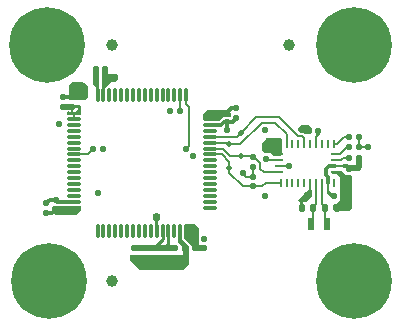
<source format=gbr>
%TF.GenerationSoftware,KiCad,Pcbnew,8.0.8+1*%
%TF.CreationDate,Date%
%TF.ProjectId,KiBot_Project_Test,4b69426f-745f-4507-926f-6a6563745f54,+ (Unreleased)*%
%TF.SameCoordinates,Original*%
%TF.FileFunction,Copper,L1,Top*%
%TF.FilePolarity,Positive*%
%FSLAX46Y46*%
G04 Gerber Fmt 4.6, Leading zero omitted, Abs format (unit mm)*
G04 Created by KiCad*
%MOMM*%
%LPD*%
G01*
G04 APERTURE LIST*
G04 Aperture macros list*
%AMRoundRect*
0 Rectangle with rounded corners*
0 $1 Rounding radius*
0 $2 $3 $4 $5 $6 $7 $8 $9 X,Y pos of 4 corners*
0 Add a 4 corners polygon primitive as box body*
4,1,4,$2,$3,$4,$5,$6,$7,$8,$9,$2,$3,0*
0 Add four circle primitives for the rounded corners*
1,1,$1+$1,$2,$3*
1,1,$1+$1,$4,$5*
1,1,$1+$1,$6,$7*
1,1,$1+$1,$8,$9*
0 Add four rect primitives between the rounded corners*
20,1,$1+$1,$2,$3,$4,$5,0*
20,1,$1+$1,$4,$5,$6,$7,0*
20,1,$1+$1,$6,$7,$8,$9,0*
20,1,$1+$1,$8,$9,$2,$3,0*%
G04 Aperture macros list end*
%TA.AperFunction,SMDPad,CuDef*%
%ADD10RoundRect,0.137500X-0.137500X-0.137500X0.137500X-0.137500X0.137500X0.137500X-0.137500X0.137500X0*%
%TD*%
%TA.AperFunction,SMDPad,CuDef*%
%ADD11RoundRect,0.140000X0.140000X0.170000X-0.140000X0.170000X-0.140000X-0.170000X0.140000X-0.170000X0*%
%TD*%
%TA.AperFunction,SMDPad,CuDef*%
%ADD12R,0.254000X0.675000*%
%TD*%
%TA.AperFunction,SMDPad,CuDef*%
%ADD13R,0.675000X0.254000*%
%TD*%
%TA.AperFunction,SMDPad,CuDef*%
%ADD14RoundRect,0.130000X-0.130000X0.130000X-0.130000X-0.130000X0.130000X-0.130000X0.130000X0.130000X0*%
%TD*%
%TA.AperFunction,SMDPad,CuDef*%
%ADD15RoundRect,0.140000X-0.140000X-0.170000X0.140000X-0.170000X0.140000X0.170000X-0.140000X0.170000X0*%
%TD*%
%TA.AperFunction,SMDPad,CuDef*%
%ADD16RoundRect,0.137500X0.137500X-0.137500X0.137500X0.137500X-0.137500X0.137500X-0.137500X-0.137500X0*%
%TD*%
%TA.AperFunction,SMDPad,CuDef*%
%ADD17RoundRect,0.130000X0.130000X-0.130000X0.130000X0.130000X-0.130000X0.130000X-0.130000X-0.130000X0*%
%TD*%
%TA.AperFunction,FiducialPad,Global*%
%ADD18C,1.000000*%
%TD*%
%TA.AperFunction,SMDPad,CuDef*%
%ADD19RoundRect,0.070000X-0.530000X-0.070000X0.530000X-0.070000X0.530000X0.070000X-0.530000X0.070000X0*%
%TD*%
%TA.AperFunction,SMDPad,CuDef*%
%ADD20RoundRect,0.070000X-0.070000X-0.530000X0.070000X-0.530000X0.070000X0.530000X-0.070000X0.530000X0*%
%TD*%
%TA.AperFunction,SMDPad,CuDef*%
%ADD21RoundRect,0.130000X0.130000X0.130000X-0.130000X0.130000X-0.130000X-0.130000X0.130000X-0.130000X0*%
%TD*%
%TA.AperFunction,TestPad*%
%ADD22C,0.500000*%
%TD*%
%TA.AperFunction,SMDPad,CuDef*%
%ADD23RoundRect,0.137500X-0.137500X0.137500X-0.137500X-0.137500X0.137500X-0.137500X0.137500X0.137500X0*%
%TD*%
%TA.AperFunction,SMDPad,CuDef*%
%ADD24R,0.600000X1.100000*%
%TD*%
%TA.AperFunction,ComponentPad*%
%ADD25C,6.400000*%
%TD*%
%TA.AperFunction,SMDPad,CuDef*%
%ADD26RoundRect,0.130000X-0.130000X-0.130000X0.130000X-0.130000X0.130000X0.130000X-0.130000X0.130000X0*%
%TD*%
%TA.AperFunction,SMDPad,CuDef*%
%ADD27RoundRect,0.137500X0.137500X0.137500X-0.137500X0.137500X-0.137500X-0.137500X0.137500X-0.137500X0*%
%TD*%
%TA.AperFunction,ViaPad*%
%ADD28C,0.550000*%
%TD*%
%TA.AperFunction,Conductor*%
%ADD29C,0.300000*%
%TD*%
%TA.AperFunction,Conductor*%
%ADD30C,0.200000*%
%TD*%
%TA.AperFunction,Conductor*%
%ADD31C,0.500000*%
%TD*%
%TA.AperFunction,Conductor*%
%ADD32C,0.250000*%
%TD*%
G04 APERTURE END LIST*
D10*
%TO.P,R5,1*%
%TO.N,/Project Architecture/IMU/PS0*%
X161045000Y-86995000D03*
%TO.P,R5,2*%
%TO.N,GND*%
X161845000Y-86995000D03*
%TD*%
D11*
%TO.P,C12,1*%
%TO.N,/Project Architecture/IMU/XOUT32*%
X157980000Y-92995000D03*
%TO.P,C12,2*%
%TO.N,GND*%
X157020000Y-92995000D03*
%TD*%
D12*
%TO.P,U3,1*%
%TO.N,N/C*%
X159750000Y-90912500D03*
D13*
%TO.P,U3,2,GND*%
%TO.N,GND*%
X159887500Y-90000001D03*
%TO.P,U3,3,VDD*%
%TO.N,+3V3*%
X159887500Y-89500000D03*
%TO.P,U3,4,~{BOOT_LOAD_PIN}*%
%TO.N,/Project Architecture/IMU/BLP*%
X159887500Y-89000000D03*
%TO.P,U3,5,PS1*%
%TO.N,/Project Architecture/IMU/PS1*%
X159887500Y-88499999D03*
D12*
%TO.P,U3,6,PS0*%
%TO.N,/Project Architecture/IMU/PS0*%
X159750000Y-87587500D03*
%TO.P,U3,7*%
%TO.N,N/C*%
X159250000Y-87587500D03*
%TO.P,U3,8*%
X158750000Y-87587499D03*
%TO.P,U3,9,CAP*%
%TO.N,/Project Architecture/IMU/CAP*%
X158250000Y-87587500D03*
%TO.P,U3,10*%
%TO.N,N/C*%
X157750000Y-87587500D03*
%TO.P,U3,11,~{RESET}*%
%TO.N,/Project Architecture/IMU/IMU_~{RESET}*%
X157250000Y-87587500D03*
%TO.P,U3,12*%
%TO.N,N/C*%
X156750000Y-87587500D03*
%TO.P,U3,13*%
X156250000Y-87587499D03*
%TO.P,U3,14,INT*%
%TO.N,/Project Architecture/IMU/IMU_INT*%
X155750000Y-87587500D03*
%TO.P,U3,15,GNDIO*%
%TO.N,GND*%
X155250000Y-87587500D03*
D13*
%TO.P,U3,16,GNDIO*%
X155112500Y-88499999D03*
%TO.P,U3,17,COM3*%
%TO.N,/Project Architecture/IMU/COM3*%
X155112500Y-89000000D03*
%TO.P,U3,18,COM2*%
%TO.N,GND*%
X155112500Y-89500000D03*
%TO.P,U3,19,COM1*%
%TO.N,/Project Architecture/IMU/I2C2_SCL*%
X155112500Y-90000001D03*
D12*
%TO.P,U3,20,COM0*%
%TO.N,/Project Architecture/IMU/I2C2_SDA*%
X155250000Y-90912500D03*
%TO.P,U3,21*%
%TO.N,N/C*%
X155750000Y-90912500D03*
%TO.P,U3,22*%
X156250000Y-90912501D03*
%TO.P,U3,23*%
X156750000Y-90912500D03*
%TO.P,U3,24*%
X157250000Y-90912500D03*
%TO.P,U3,25,GNDIO*%
%TO.N,GND*%
X157750000Y-90912500D03*
%TO.P,U3,26,XOUT32*%
%TO.N,/Project Architecture/IMU/XOUT32*%
X158250000Y-90912500D03*
%TO.P,U3,27,XIN32*%
%TO.N,/Project Architecture/IMU/XIN32*%
X158750000Y-90912501D03*
%TO.P,U3,28,VDDIO*%
%TO.N,+3V3*%
X159250000Y-90912500D03*
%TD*%
D14*
%TO.P,C4,1*%
%TO.N,+3V3*%
X146300000Y-96450000D03*
%TO.P,C4,2*%
%TO.N,GND*%
X146300000Y-97250000D03*
%TD*%
D15*
%TO.P,C13,1*%
%TO.N,/Project Architecture/IMU/XIN32*%
X159020000Y-92995000D03*
%TO.P,C13,2*%
%TO.N,GND*%
X159980000Y-92995000D03*
%TD*%
D10*
%TO.P,R4,1*%
%TO.N,/Project Architecture/IMU/PS1*%
X161045000Y-87895000D03*
%TO.P,R4,2*%
%TO.N,GND*%
X161845000Y-87895000D03*
%TD*%
D14*
%TO.P,C3,1*%
%TO.N,+3V3*%
X150700000Y-84950000D03*
%TO.P,C3,2*%
%TO.N,GND*%
X150700000Y-85750000D03*
%TD*%
%TO.P,C5,1*%
%TO.N,+3V3*%
X143600000Y-96450000D03*
%TO.P,C5,2*%
%TO.N,GND*%
X143600000Y-97250000D03*
%TD*%
D16*
%TO.P,R3,1*%
%TO.N,/Project Architecture/IMU/COM3*%
X154000000Y-88850000D03*
%TO.P,R3,2*%
%TO.N,GND*%
X154000000Y-88050000D03*
%TD*%
D17*
%TO.P,C7,1*%
%TO.N,+3V3*%
X137600000Y-84450000D03*
%TO.P,C7,2*%
%TO.N,GND*%
X137600000Y-83650000D03*
%TD*%
%TO.P,C1,1*%
%TO.N,+3V3*%
X136200000Y-93150000D03*
%TO.P,C1,2*%
%TO.N,GND*%
X136200000Y-92350000D03*
%TD*%
D14*
%TO.P,C19,1*%
%TO.N,+3V3*%
X161045000Y-89695001D03*
%TO.P,C19,2*%
%TO.N,GND*%
X161045000Y-90495001D03*
%TD*%
D18*
%TO.P,FD3,*%
%TO.N,*%
X141000000Y-99250000D03*
%TD*%
D16*
%TO.P,R1,1*%
%TO.N,+3V3*%
X152900000Y-89550000D03*
%TO.P,R1,2*%
%TO.N,/Project Architecture/IMU/I2C2_SCL*%
X152900000Y-88750000D03*
%TD*%
D19*
%TO.P,U1,1,VBAT*%
%TO.N,+3V3*%
X137750000Y-85500000D03*
%TO.P,U1,2,PC13*%
%TO.N,unconnected-(U1B-PC13-Pad2)*%
X137750000Y-86000000D03*
%TO.P,U1,3,PC14*%
%TO.N,unconnected-(U1B-PC14-Pad3)*%
X137750000Y-86500000D03*
%TO.P,U1,4,PC15*%
%TO.N,unconnected-(U1B-PC15-Pad4)*%
X137750000Y-87000000D03*
%TO.P,U1,5,PF0*%
%TO.N,unconnected-(U1B-PF0-Pad5)*%
X137750000Y-87500000D03*
%TO.P,U1,6,PF1*%
%TO.N,unconnected-(U1B-PF1-Pad6)*%
X137750000Y-88000000D03*
%TO.P,U1,7,PG10*%
%TO.N,/Project Architecture/Connectors/NRST*%
X137750000Y-88500000D03*
%TO.P,U1,8,PC0*%
%TO.N,unconnected-(U1B-PC0-Pad8)*%
X137750000Y-89000000D03*
%TO.P,U1,9,PC1*%
%TO.N,unconnected-(U1B-PC1-Pad9)*%
X137750000Y-89500000D03*
%TO.P,U1,10,PC2*%
%TO.N,unconnected-(U1B-PC2-Pad10)*%
X137750000Y-90000000D03*
%TO.P,U1,11,PC3*%
%TO.N,unconnected-(U1B-PC3-Pad11)*%
X137750000Y-90500000D03*
%TO.P,U1,12,PA0*%
%TO.N,unconnected-(U1B-PA0-Pad12)*%
X137750000Y-91000000D03*
%TO.P,U1,13,PA1*%
%TO.N,unconnected-(U1B-PA1-Pad13)*%
X137750000Y-91500000D03*
%TO.P,U1,14,PA2*%
%TO.N,unconnected-(U1B-PA2-Pad14)*%
X137750000Y-92000000D03*
%TO.P,U1,15,VSS*%
%TO.N,GND*%
X137750000Y-92500000D03*
%TO.P,U1,16,VDD*%
%TO.N,+3V3*%
X137750000Y-93000000D03*
D20*
%TO.P,U1,17,PA3*%
%TO.N,unconnected-(U1B-PA3-Pad17)*%
X139750000Y-95000000D03*
%TO.P,U1,18,PA4*%
%TO.N,unconnected-(U1B-PA4-Pad18)*%
X140250000Y-95000000D03*
%TO.P,U1,19,PA5*%
%TO.N,unconnected-(U1B-PA5-Pad19)*%
X140750000Y-95000000D03*
%TO.P,U1,20,PA6*%
%TO.N,unconnected-(U1B-PA6-Pad20)*%
X141250000Y-95000000D03*
%TO.P,U1,21,PA7*%
%TO.N,unconnected-(U1B-PA7-Pad21)*%
X141750000Y-95000000D03*
%TO.P,U1,22,PC4*%
%TO.N,unconnected-(U1B-PC4-Pad22)*%
X142250000Y-95000000D03*
%TO.P,U1,23,PC5*%
%TO.N,unconnected-(U1B-PC5-Pad23)*%
X142750000Y-95000000D03*
%TO.P,U1,24,PB0*%
%TO.N,unconnected-(U1B-PB0-Pad24)*%
X143250000Y-95000000D03*
%TO.P,U1,25,PB1*%
%TO.N,unconnected-(U1B-PB1-Pad25)*%
X143750000Y-95000000D03*
%TO.P,U1,26,PB2*%
%TO.N,unconnected-(U1B-PB2-Pad26)*%
X144250000Y-95000000D03*
%TO.P,U1,27,VSSA*%
%TO.N,GND*%
X144750000Y-95000000D03*
%TO.P,U1,28,VREF+*%
%TO.N,+3V3*%
X145250000Y-95000000D03*
%TO.P,U1,29,VDDA*%
X145750000Y-95000000D03*
%TO.P,U1,30,PB10*%
%TO.N,unconnected-(U1B-PB10-Pad30)*%
X146250000Y-95000000D03*
%TO.P,U1,31,VSS*%
%TO.N,GND*%
X146750000Y-95000000D03*
%TO.P,U1,32,VDD*%
%TO.N,+3V3*%
X147250000Y-95000000D03*
D19*
%TO.P,U1,33,PB11*%
%TO.N,unconnected-(U1B-PB11-Pad33)*%
X149250000Y-93000000D03*
%TO.P,U1,34,PB12*%
%TO.N,unconnected-(U1B-PB12-Pad34)*%
X149250000Y-92500000D03*
%TO.P,U1,35,PB13*%
%TO.N,unconnected-(U1B-PB13-Pad35)*%
X149250000Y-92000000D03*
%TO.P,U1,36,PB14*%
%TO.N,unconnected-(U1B-PB14-Pad36)*%
X149250000Y-91500000D03*
%TO.P,U1,37,PB15*%
%TO.N,unconnected-(U1B-PB15-Pad37)*%
X149250000Y-91000000D03*
%TO.P,U1,38,PC6*%
%TO.N,unconnected-(U1B-PC6-Pad38)*%
X149250000Y-90500000D03*
%TO.P,U1,39,PC7*%
%TO.N,unconnected-(U1B-PC7-Pad39)*%
X149250000Y-90000000D03*
%TO.P,U1,40,PC8*%
%TO.N,unconnected-(U1B-PC8-Pad40)*%
X149250000Y-89500000D03*
%TO.P,U1,41,PC9*%
%TO.N,unconnected-(U1B-PC9-Pad41)*%
X149250000Y-89000000D03*
%TO.P,U1,42,PA8*%
%TO.N,/Project Architecture/IMU/I2C2_SDA*%
X149250000Y-88500000D03*
%TO.P,U1,43,PA9*%
%TO.N,/Project Architecture/IMU/I2C2_SCL*%
X149250000Y-88000000D03*
%TO.P,U1,44,PA10*%
%TO.N,/Project Architecture/IMU/IMU_INT*%
X149250000Y-87500000D03*
%TO.P,U1,45,PA11*%
%TO.N,/Project Architecture/IMU/IMU_~{RESET}*%
X149250000Y-87000000D03*
%TO.P,U1,46,PA12*%
%TO.N,unconnected-(U1B-PA12-Pad46)*%
X149250000Y-86500000D03*
%TO.P,U1,47,VSS*%
%TO.N,GND*%
X149250000Y-86000000D03*
%TO.P,U1,48,VDD*%
%TO.N,+3V3*%
X149250000Y-85500000D03*
D20*
%TO.P,U1,49,PA13*%
%TO.N,/Project Architecture/Connectors/SWDIO*%
X147250000Y-83500000D03*
%TO.P,U1,50,PA14*%
%TO.N,/Project Architecture/Connectors/SWCLK*%
X146750000Y-83500000D03*
%TO.P,U1,51,PA15*%
%TO.N,unconnected-(U1B-PA15-Pad51)*%
X146250000Y-83500000D03*
%TO.P,U1,52,PC10*%
%TO.N,unconnected-(U1B-PC10-Pad52)*%
X145750000Y-83500000D03*
%TO.P,U1,53,PC11*%
%TO.N,unconnected-(U1B-PC11-Pad53)*%
X145250000Y-83500000D03*
%TO.P,U1,54,PC12*%
%TO.N,unconnected-(U1B-PC12-Pad54)*%
X144750000Y-83500000D03*
%TO.P,U1,55,PD2*%
%TO.N,unconnected-(U1B-PD2-Pad55)*%
X144250000Y-83500000D03*
%TO.P,U1,56,PB3*%
%TO.N,unconnected-(U1B-PB3-Pad56)*%
X143750000Y-83500000D03*
%TO.P,U1,57,PB4*%
%TO.N,unconnected-(U1B-PB4-Pad57)*%
X143250000Y-83500000D03*
%TO.P,U1,58,PB5*%
%TO.N,unconnected-(U1B-PB5-Pad58)*%
X142750000Y-83500000D03*
%TO.P,U1,59,PB6*%
%TO.N,unconnected-(U1B-PB6-Pad59)*%
X142250000Y-83500000D03*
%TO.P,U1,60,PB7*%
%TO.N,unconnected-(U1B-PB7-Pad60)*%
X141750000Y-83500000D03*
%TO.P,U1,61,PB8*%
%TO.N,unconnected-(U1B-PB8-Pad61)*%
X141250000Y-83500000D03*
%TO.P,U1,62,PB9*%
%TO.N,unconnected-(U1B-PB9-Pad62)*%
X140750000Y-83500000D03*
%TO.P,U1,63,VSS*%
%TO.N,GND*%
X140250000Y-83500000D03*
%TO.P,U1,64,VDD*%
%TO.N,+3V3*%
X139750000Y-83500000D03*
%TD*%
D21*
%TO.P,C2,1*%
%TO.N,+3V3*%
X148000000Y-96450000D03*
%TO.P,C2,2*%
%TO.N,GND*%
X147200000Y-96450000D03*
%TD*%
D22*
%TO.P,TP3,1,1*%
%TO.N,/Project Architecture/IMU/I2C2_SDA*%
X150900000Y-89650000D03*
%TD*%
D23*
%TO.P,R2,1*%
%TO.N,+3V3*%
X152900000Y-90400000D03*
%TO.P,R2,2*%
%TO.N,/Project Architecture/IMU/I2C2_SDA*%
X152900000Y-91200000D03*
%TD*%
D24*
%TO.P,Y1,1,1*%
%TO.N,/Project Architecture/IMU/XIN32*%
X159200000Y-94400000D03*
%TO.P,Y1,2,2*%
%TO.N,/Project Architecture/IMU/XOUT32*%
X157800000Y-94400000D03*
%TD*%
D14*
%TO.P,C8,1*%
%TO.N,+3V3*%
X145400000Y-96450000D03*
%TO.P,C8,2*%
%TO.N,GND*%
X145400000Y-97250000D03*
%TD*%
D18*
%TO.P,FD2,*%
%TO.N,*%
X156000000Y-79250000D03*
%TD*%
D25*
%TO.P,H3,1,1*%
%TO.N,GND*%
X161500000Y-79250000D03*
%TD*%
D18*
%TO.P,FD1,*%
%TO.N,*%
X141000000Y-79250000D03*
%TD*%
D25*
%TO.P,H4,1,1*%
%TO.N,GND*%
X135500000Y-79250000D03*
%TD*%
D22*
%TO.P,TP1,1,1*%
%TO.N,/Project Architecture/IMU/IMU_INT*%
X150900000Y-87650000D03*
%TD*%
%TO.P,TP4,1,1*%
%TO.N,/Project Architecture/IMU/I2C2_SCL*%
X151900000Y-88650000D03*
%TD*%
D14*
%TO.P,C9,1*%
%TO.N,+3V3*%
X144500000Y-96450000D03*
%TO.P,C9,2*%
%TO.N,GND*%
X144500000Y-97250000D03*
%TD*%
D26*
%TO.P,C6,1*%
%TO.N,+3V3*%
X139600000Y-81950000D03*
%TO.P,C6,2*%
%TO.N,GND*%
X140400000Y-81950000D03*
%TD*%
D27*
%TO.P,R6,1*%
%TO.N,+3V3*%
X161845000Y-88795000D03*
%TO.P,R6,2*%
%TO.N,/Project Architecture/IMU/BLP*%
X161045000Y-88795000D03*
%TD*%
D25*
%TO.P,H2,1,1*%
%TO.N,GND*%
X161500000Y-99250000D03*
%TD*%
D26*
%TO.P,C10,1*%
%TO.N,+3V3*%
X159744999Y-91995000D03*
%TO.P,C10,2*%
%TO.N,GND*%
X160544999Y-91995000D03*
%TD*%
D25*
%TO.P,H1,1,1*%
%TO.N,GND*%
X135600000Y-99250000D03*
%TD*%
D21*
%TO.P,C11,1*%
%TO.N,/Project Architecture/IMU/CAP*%
X158445001Y-86495000D03*
%TO.P,C11,2*%
%TO.N,GND*%
X157645001Y-86495000D03*
%TD*%
D22*
%TO.P,TP2,1,1*%
%TO.N,/Project Architecture/IMU/IMU_~{RESET}*%
X151900000Y-86650000D03*
%TD*%
D28*
%TO.N,GND*%
X140400000Y-81250000D03*
X144750000Y-93800000D03*
X135400000Y-92650000D03*
X138350000Y-83650000D03*
X157050000Y-86350000D03*
X147850000Y-88650000D03*
X150700000Y-86400000D03*
X141200000Y-81950000D03*
X160850000Y-91200000D03*
X162650000Y-87900000D03*
X148800000Y-95650000D03*
X137600000Y-82850000D03*
X160800000Y-92975000D03*
X151500000Y-85450000D03*
X153950000Y-86450000D03*
X157500000Y-91975000D03*
X136800000Y-83650000D03*
X156000000Y-89500000D03*
X136450000Y-85950000D03*
X154500000Y-87450000D03*
X145900000Y-84850000D03*
X144500000Y-98000000D03*
X142800000Y-97250000D03*
X145400000Y-98000000D03*
X140200000Y-88050000D03*
X139800000Y-91750000D03*
X147200000Y-97200000D03*
X153950000Y-92050000D03*
%TO.N,+3V3*%
X136800000Y-84450000D03*
X161800000Y-89650000D03*
X152050000Y-90100000D03*
X142800000Y-96450000D03*
X151500000Y-84600000D03*
X139600000Y-81250000D03*
X135400000Y-93450000D03*
X148800000Y-96450000D03*
%TO.N,/Project Architecture/Connectors/NRST*%
X139350000Y-88050000D03*
%TO.N,/Project Architecture/Connectors/SWCLK*%
X146750000Y-84850000D03*
%TO.N,/Project Architecture/Connectors/SWDIO*%
X147250000Y-88050000D03*
%TD*%
D29*
%TO.N,GND*%
X135400000Y-92650000D02*
X135700000Y-92350000D01*
X137600000Y-83650000D02*
X136800000Y-83650000D01*
D30*
X161845000Y-86995000D02*
X161845000Y-87895000D01*
X155112500Y-89500000D02*
X156000000Y-89500000D01*
D29*
X150700000Y-85750000D02*
X150700000Y-86400000D01*
D31*
X147200000Y-96450000D02*
X147200000Y-97200000D01*
D29*
X151500000Y-85450000D02*
X151200000Y-85750000D01*
X150450000Y-85750000D02*
X150200000Y-86000000D01*
D30*
X162645000Y-87895000D02*
X162650000Y-87900000D01*
D29*
X137750000Y-92500000D02*
X136350000Y-92500000D01*
D31*
X140400000Y-81250000D02*
X140400000Y-81950000D01*
D29*
X135700000Y-92350000D02*
X136200000Y-92350000D01*
X136350000Y-92500000D02*
X136200000Y-92350000D01*
X150200000Y-86000000D02*
X149250000Y-86000000D01*
X151200000Y-85750000D02*
X150700000Y-85750000D01*
X150700000Y-85750000D02*
X150450000Y-85750000D01*
D30*
X161845000Y-87895000D02*
X162645000Y-87895000D01*
D31*
%TO.N,+3V3*%
X146300000Y-96450000D02*
X143600000Y-96450000D01*
D29*
X135900000Y-93450000D02*
X135400000Y-93450000D01*
D31*
X136800000Y-84450000D02*
X137600000Y-84450000D01*
X161845000Y-88795000D02*
X161845000Y-89605000D01*
D30*
X159250000Y-90912500D02*
X159250000Y-91650000D01*
D29*
X161045000Y-89695001D02*
X160849999Y-89500000D01*
D30*
X152900000Y-90400000D02*
X152350000Y-90400000D01*
D29*
X159887500Y-89500000D02*
X159350000Y-89500000D01*
D32*
X145750000Y-95000000D02*
X145750000Y-96100000D01*
D29*
X159350000Y-89500000D02*
X159100000Y-89750000D01*
D30*
X152350000Y-90400000D02*
X152050000Y-90100000D01*
D31*
X161090001Y-89650000D02*
X161045000Y-89695001D01*
D32*
X145750000Y-96100000D02*
X145400000Y-96450000D01*
D31*
X139600000Y-81250000D02*
X139600000Y-81950000D01*
D29*
X151050000Y-84600000D02*
X151500000Y-84600000D01*
X159595000Y-91995000D02*
X159375000Y-91775000D01*
D30*
X152900000Y-89550000D02*
X152900000Y-90400000D01*
D31*
X142800000Y-96450000D02*
X143600000Y-96450000D01*
D30*
X159887500Y-89500000D02*
X160650000Y-89500000D01*
D29*
X159100000Y-89750000D02*
X159100000Y-90250000D01*
X159744999Y-91995000D02*
X159595000Y-91995000D01*
D30*
X159250000Y-91650000D02*
X159375000Y-91775000D01*
D32*
X145250000Y-95000000D02*
X145250000Y-95700000D01*
D31*
X161800000Y-89650000D02*
X161090001Y-89650000D01*
D32*
X145250000Y-95700000D02*
X144500000Y-96450000D01*
D31*
X148000000Y-96450000D02*
X148800000Y-96450000D01*
D29*
X159250000Y-90400000D02*
X159250000Y-90912500D01*
X150700000Y-84950000D02*
X151050000Y-84600000D01*
X136200000Y-93150000D02*
X135900000Y-93450000D01*
X159100000Y-90250000D02*
X159250000Y-90400000D01*
D31*
X161845000Y-89605000D02*
X161800000Y-89650000D01*
D29*
X160849999Y-89500000D02*
X160650000Y-89500000D01*
D30*
%TO.N,/Project Architecture/IMU/XIN32*%
X159020000Y-92995000D02*
X159020000Y-94220000D01*
X159020000Y-94220000D02*
X159200000Y-94400000D01*
X158750000Y-92725000D02*
X159020000Y-92995000D01*
X158750000Y-90912501D02*
X158750000Y-92725000D01*
%TO.N,/Project Architecture/IMU/IMU_~{RESET}*%
X151550000Y-87000000D02*
X151900000Y-86650000D01*
X157050000Y-86950000D02*
X156700000Y-86950000D01*
X157250000Y-87587500D02*
X157250000Y-87150000D01*
X156700000Y-86950000D02*
X155100000Y-85350000D01*
X155100000Y-85350000D02*
X153200000Y-85350000D01*
X153200000Y-85350000D02*
X151900000Y-86650000D01*
X149250000Y-87000000D02*
X151550000Y-87000000D01*
X157250000Y-87150000D02*
X157050000Y-86950000D01*
%TO.N,/Project Architecture/IMU/PS0*%
X159750000Y-87587500D02*
X160012500Y-87587500D01*
X160012500Y-87587500D02*
X160605000Y-86995000D01*
X160605000Y-86995000D02*
X161045000Y-86995000D01*
%TO.N,/Project Architecture/IMU/PS1*%
X160250001Y-88499999D02*
X160855000Y-87895000D01*
X160855000Y-87895000D02*
X161045000Y-87895000D01*
X159887500Y-88499999D02*
X160250001Y-88499999D01*
%TO.N,/Project Architecture/IMU/COM3*%
X154150000Y-89000000D02*
X154000000Y-88850000D01*
X155112500Y-89000000D02*
X154150000Y-89000000D01*
%TO.N,/Project Architecture/IMU/I2C2_SDA*%
X150250000Y-88500000D02*
X150900000Y-89150000D01*
X150900000Y-90050000D02*
X150900000Y-89650000D01*
X150900000Y-89150000D02*
X150900000Y-89650000D01*
X152900000Y-91200000D02*
X153700000Y-91200000D01*
X149250000Y-88500000D02*
X150250000Y-88500000D01*
X152050000Y-91200000D02*
X150900000Y-90050000D01*
X153700000Y-91200000D02*
X153987500Y-90912500D01*
X152900000Y-91200000D02*
X152050000Y-91200000D01*
X153987500Y-90912500D02*
X155250000Y-90912500D01*
%TO.N,/Project Architecture/IMU/XOUT32*%
X158250000Y-92725000D02*
X157980000Y-92995000D01*
X158250000Y-90912500D02*
X158250000Y-92725000D01*
X157980000Y-94220000D02*
X157800000Y-94400000D01*
X157980000Y-92995000D02*
X157980000Y-94220000D01*
%TO.N,/Project Architecture/IMU/IMU_INT*%
X155750000Y-86750000D02*
X154800000Y-85800000D01*
X154800000Y-85800000D02*
X153700000Y-85800000D01*
X155750000Y-87587500D02*
X155750000Y-86750000D01*
X150750000Y-87500000D02*
X150900000Y-87650000D01*
X153700000Y-85800000D02*
X151850000Y-87650000D01*
X151850000Y-87650000D02*
X150900000Y-87650000D01*
X149250000Y-87500000D02*
X150750000Y-87500000D01*
%TO.N,/Project Architecture/IMU/I2C2_SCL*%
X152900000Y-88750000D02*
X153002472Y-88750000D01*
X152997528Y-88750000D02*
X153500000Y-89252472D01*
X152900000Y-88750000D02*
X152997528Y-88750000D01*
X153800001Y-90000001D02*
X155112500Y-90000001D01*
X151000000Y-88650000D02*
X151900000Y-88650000D01*
X151900000Y-88650000D02*
X152800000Y-88650000D01*
X153500000Y-89252472D02*
X153500000Y-89700000D01*
X150350000Y-88000000D02*
X151000000Y-88650000D01*
X152800000Y-88650000D02*
X152900000Y-88750000D01*
X149250000Y-88000000D02*
X150350000Y-88000000D01*
X153500000Y-89700000D02*
X153800001Y-90000001D01*
%TO.N,/Project Architecture/IMU/BLP*%
X160350000Y-89000000D02*
X160555000Y-88795000D01*
X159887500Y-89000000D02*
X160350000Y-89000000D01*
X160555000Y-88795000D02*
X161045000Y-88795000D01*
%TO.N,/Project Architecture/IMU/CAP*%
X158250000Y-87000000D02*
X158445001Y-86804999D01*
D29*
X158445001Y-86495000D02*
X158445001Y-86804999D01*
D30*
X158250000Y-87587500D02*
X158250000Y-87000000D01*
%TO.N,/Project Architecture/Connectors/NRST*%
X138900000Y-88500000D02*
X139350000Y-88050000D01*
X137750000Y-88500000D02*
X138900000Y-88500000D01*
%TO.N,/Project Architecture/Connectors/SWCLK*%
X146750000Y-84850000D02*
X146750000Y-83500000D01*
%TO.N,/Project Architecture/Connectors/SWDIO*%
X147250000Y-88050000D02*
X147500000Y-87800000D01*
X147500000Y-84500000D02*
X147250000Y-84250000D01*
X147250000Y-84250000D02*
X147250000Y-83500000D01*
X147500000Y-87800000D02*
X147500000Y-84500000D01*
%TD*%
%TA.AperFunction,Conductor*%
%TO.N,GND*%
G36*
X144967183Y-93518907D02*
G01*
X144978996Y-93528996D01*
X145021004Y-93571004D01*
X145048781Y-93625521D01*
X145050000Y-93641008D01*
X145050000Y-93908992D01*
X145031093Y-93967183D01*
X145021004Y-93978995D01*
X144900000Y-94099999D01*
X144900000Y-94751000D01*
X144881093Y-94809191D01*
X144831593Y-94845155D01*
X144801000Y-94850000D01*
X144699000Y-94850000D01*
X144640809Y-94831093D01*
X144604845Y-94781593D01*
X144600000Y-94751000D01*
X144600000Y-94100000D01*
X144599999Y-94099999D01*
X144478996Y-93978995D01*
X144451219Y-93924479D01*
X144450000Y-93908992D01*
X144450000Y-93641008D01*
X144468907Y-93582817D01*
X144478996Y-93571004D01*
X144521004Y-93528996D01*
X144575521Y-93501219D01*
X144591008Y-93500000D01*
X144908992Y-93500000D01*
X144967183Y-93518907D01*
G37*
%TD.AperFunction*%
%TD*%
%TA.AperFunction,Conductor*%
%TO.N,GND*%
G36*
X160367183Y-89893907D02*
G01*
X160378995Y-89903996D01*
X160581093Y-90106093D01*
X160700000Y-90225000D01*
X161108992Y-90225000D01*
X161167183Y-90243907D01*
X161178996Y-90253996D01*
X161271004Y-90346004D01*
X161298781Y-90400521D01*
X161300000Y-90416008D01*
X161300000Y-92958992D01*
X161281093Y-93017183D01*
X161271004Y-93028996D01*
X161028996Y-93271004D01*
X160974479Y-93298781D01*
X160958992Y-93300000D01*
X159891008Y-93300000D01*
X159832817Y-93281093D01*
X159821004Y-93271004D01*
X159728996Y-93178996D01*
X159701219Y-93124479D01*
X159700000Y-93108992D01*
X159700000Y-92841008D01*
X159718907Y-92782817D01*
X159728996Y-92771004D01*
X159771004Y-92728996D01*
X159825521Y-92701219D01*
X159841008Y-92700000D01*
X159974999Y-92700000D01*
X159975000Y-92700000D01*
X160275000Y-92400000D01*
X160275000Y-91600000D01*
X160275000Y-90375000D01*
X160025000Y-90125000D01*
X160024999Y-90125000D01*
X159649000Y-90125000D01*
X159590809Y-90106093D01*
X159554845Y-90056593D01*
X159550000Y-90026000D01*
X159550000Y-89974000D01*
X159568907Y-89915809D01*
X159618407Y-89879845D01*
X159649000Y-89875000D01*
X160308992Y-89875000D01*
X160367183Y-89893907D01*
G37*
%TD.AperFunction*%
%TD*%
%TA.AperFunction,Conductor*%
%TO.N,+3V3*%
G36*
X139767183Y-81668907D02*
G01*
X139778996Y-81678996D01*
X139865621Y-81765621D01*
X139893398Y-81820138D01*
X139894069Y-81837119D01*
X139894500Y-81837119D01*
X139894500Y-81841008D01*
X139894500Y-83051000D01*
X139896110Y-83071455D01*
X139897030Y-83083148D01*
X139898686Y-83093600D01*
X139889114Y-83154032D01*
X139870909Y-83179089D01*
X139769004Y-83280995D01*
X139714487Y-83308773D01*
X139654055Y-83299202D01*
X139610791Y-83255937D01*
X139600000Y-83210992D01*
X139600000Y-82750000D01*
X139599999Y-82749999D01*
X139378996Y-82528995D01*
X139351219Y-82474479D01*
X139350000Y-82458992D01*
X139350000Y-81791008D01*
X139368907Y-81732817D01*
X139378996Y-81721004D01*
X139421004Y-81678996D01*
X139475521Y-81651219D01*
X139491008Y-81650000D01*
X139708992Y-81650000D01*
X139767183Y-81668907D01*
G37*
%TD.AperFunction*%
%TD*%
%TA.AperFunction,Conductor*%
%TO.N,+3V3*%
G36*
X148017183Y-94418907D02*
G01*
X148028996Y-94428996D01*
X148271004Y-94671004D01*
X148298781Y-94725521D01*
X148300000Y-94741008D01*
X148300000Y-96351000D01*
X148281093Y-96409191D01*
X148231593Y-96445155D01*
X148201000Y-96450000D01*
X147849000Y-96450000D01*
X147790809Y-96431093D01*
X147754845Y-96381593D01*
X147750000Y-96351000D01*
X147750000Y-96250000D01*
X147134496Y-95634496D01*
X147106719Y-95579979D01*
X147105500Y-95564492D01*
X147105500Y-95041021D01*
X147105500Y-95041008D01*
X147104866Y-95024883D01*
X147103647Y-95009396D01*
X147103645Y-95009389D01*
X147102792Y-95004610D01*
X147103014Y-95004570D01*
X147100000Y-94982772D01*
X147100000Y-94499000D01*
X147118907Y-94440809D01*
X147168407Y-94404845D01*
X147199000Y-94400000D01*
X147958992Y-94400000D01*
X148017183Y-94418907D01*
G37*
%TD.AperFunction*%
%TD*%
%TA.AperFunction,Conductor*%
%TO.N,GND*%
G36*
X138617183Y-82418907D02*
G01*
X138628996Y-82428996D01*
X138921004Y-82721004D01*
X138948781Y-82775521D01*
X138950000Y-82791008D01*
X138950000Y-83608992D01*
X138931093Y-83667183D01*
X138921004Y-83678996D01*
X138728996Y-83871004D01*
X138674479Y-83898781D01*
X138658992Y-83900000D01*
X137441008Y-83900000D01*
X137382817Y-83881093D01*
X137371004Y-83871004D01*
X137328996Y-83828996D01*
X137301219Y-83774479D01*
X137300000Y-83758992D01*
X137300000Y-82691008D01*
X137318907Y-82632817D01*
X137328996Y-82621004D01*
X137521004Y-82428996D01*
X137575521Y-82401219D01*
X137591008Y-82400000D01*
X138558992Y-82400000D01*
X138617183Y-82418907D01*
G37*
%TD.AperFunction*%
%TD*%
%TA.AperFunction,Conductor*%
%TO.N,+3V3*%
G36*
X150717183Y-84718907D02*
G01*
X150728996Y-84728996D01*
X151021004Y-85021004D01*
X151048781Y-85075521D01*
X151050000Y-85091008D01*
X151050000Y-85202668D01*
X151031093Y-85260859D01*
X150981593Y-85296823D01*
X150923304Y-85297715D01*
X150916862Y-85295837D01*
X150880757Y-85291084D01*
X150868724Y-85289500D01*
X150531276Y-85289500D01*
X150483141Y-85295837D01*
X150377509Y-85345094D01*
X150295094Y-85427509D01*
X150295093Y-85427510D01*
X150288971Y-85433633D01*
X150287603Y-85432265D01*
X150267624Y-85450572D01*
X150234787Y-85469531D01*
X150083814Y-85620504D01*
X150029298Y-85648281D01*
X150013811Y-85649500D01*
X149201197Y-85649500D01*
X149193569Y-85650000D01*
X148791008Y-85650000D01*
X148732817Y-85631093D01*
X148721004Y-85621004D01*
X148678996Y-85578996D01*
X148651219Y-85524479D01*
X148650000Y-85508992D01*
X148650000Y-85141008D01*
X148668907Y-85082817D01*
X148678996Y-85071004D01*
X149021004Y-84728996D01*
X149075521Y-84701219D01*
X149091008Y-84700000D01*
X150658992Y-84700000D01*
X150717183Y-84718907D01*
G37*
%TD.AperFunction*%
%TD*%
%TA.AperFunction,Conductor*%
%TO.N,GND*%
G36*
X141367183Y-81718907D02*
G01*
X141378996Y-81728996D01*
X141421004Y-81771004D01*
X141448781Y-81825521D01*
X141450000Y-81841008D01*
X141450000Y-82108992D01*
X141431093Y-82167183D01*
X141421004Y-82178996D01*
X141228996Y-82371004D01*
X141174479Y-82398781D01*
X141158992Y-82400000D01*
X140899999Y-82400000D01*
X140606045Y-82693953D01*
X140582501Y-82709685D01*
X140582563Y-82709778D01*
X140484983Y-82774979D01*
X140484979Y-82774983D01*
X140419778Y-82872563D01*
X140419686Y-82872502D01*
X140403955Y-82896043D01*
X140400001Y-82899997D01*
X140400000Y-82900000D01*
X140400000Y-83051000D01*
X140381093Y-83109191D01*
X140331593Y-83145155D01*
X140301000Y-83150000D01*
X140199000Y-83150000D01*
X140140809Y-83131093D01*
X140104845Y-83081593D01*
X140100000Y-83051000D01*
X140100000Y-81841008D01*
X140118907Y-81782817D01*
X140128996Y-81771004D01*
X140171004Y-81728996D01*
X140225521Y-81701219D01*
X140241008Y-81700000D01*
X141308992Y-81700000D01*
X141367183Y-81718907D01*
G37*
%TD.AperFunction*%
%TD*%
%TA.AperFunction,Conductor*%
%TO.N,GND*%
G36*
X146817183Y-94918907D02*
G01*
X146828996Y-94928996D01*
X146871004Y-94971004D01*
X146898781Y-95025521D01*
X146900000Y-95041008D01*
X146900000Y-95700000D01*
X147471005Y-96271005D01*
X147498781Y-96325520D01*
X147500000Y-96341007D01*
X147500000Y-96558992D01*
X147481093Y-96617183D01*
X147471004Y-96628996D01*
X147428996Y-96671004D01*
X147374479Y-96698781D01*
X147358992Y-96700000D01*
X147041008Y-96700000D01*
X146982817Y-96681093D01*
X146971004Y-96671004D01*
X146928996Y-96628996D01*
X146901219Y-96574479D01*
X146900000Y-96558992D01*
X146900000Y-96250000D01*
X146899999Y-96249999D01*
X146628996Y-95978995D01*
X146601219Y-95924479D01*
X146600000Y-95908992D01*
X146600000Y-94999000D01*
X146618907Y-94940809D01*
X146668407Y-94904845D01*
X146699000Y-94900000D01*
X146758992Y-94900000D01*
X146817183Y-94918907D01*
G37*
%TD.AperFunction*%
%TD*%
%TA.AperFunction,Conductor*%
%TO.N,GND*%
G36*
X155317183Y-87168907D02*
G01*
X155328996Y-87178996D01*
X155371004Y-87221004D01*
X155398781Y-87275521D01*
X155400000Y-87291008D01*
X155400000Y-88408992D01*
X155381093Y-88467183D01*
X155371004Y-88478996D01*
X155228996Y-88621004D01*
X155174479Y-88648781D01*
X155158992Y-88650000D01*
X154741008Y-88650000D01*
X154682817Y-88631093D01*
X154671005Y-88621004D01*
X154400000Y-88350000D01*
X153941008Y-88350000D01*
X153882817Y-88331093D01*
X153871004Y-88321004D01*
X153728996Y-88178996D01*
X153701219Y-88124479D01*
X153700000Y-88108992D01*
X153700000Y-87491008D01*
X153718907Y-87432817D01*
X153728996Y-87421004D01*
X153971004Y-87178996D01*
X154025521Y-87151219D01*
X154041008Y-87150000D01*
X155258992Y-87150000D01*
X155317183Y-87168907D01*
G37*
%TD.AperFunction*%
%TD*%
%TA.AperFunction,Conductor*%
%TO.N,GND*%
G36*
X157845155Y-90980907D02*
G01*
X157850000Y-91011500D01*
X157850000Y-91453845D01*
X157873781Y-91500520D01*
X157875000Y-91516007D01*
X157875000Y-92058992D01*
X157856093Y-92117183D01*
X157846003Y-92128996D01*
X157458041Y-92516957D01*
X157403525Y-92544734D01*
X157346199Y-92536678D01*
X157249354Y-92491519D01*
X157199839Y-92485000D01*
X157120001Y-92485000D01*
X157120000Y-92485001D01*
X157120000Y-92896000D01*
X157101093Y-92954191D01*
X157051593Y-92990155D01*
X157021000Y-92995000D01*
X157019000Y-92995000D01*
X156960809Y-92976093D01*
X156924845Y-92926593D01*
X156920000Y-92896000D01*
X156920000Y-92485001D01*
X156919999Y-92485000D01*
X156849000Y-92485000D01*
X156790809Y-92466093D01*
X156754845Y-92416593D01*
X156750000Y-92386000D01*
X156750000Y-92366008D01*
X156768907Y-92307817D01*
X156778996Y-92296004D01*
X157596004Y-91478996D01*
X157646971Y-91453027D01*
X157650000Y-91449999D01*
X157650000Y-91011500D01*
X157661859Y-90975000D01*
X157840863Y-90975000D01*
X157845155Y-90980907D01*
G37*
%TD.AperFunction*%
%TD*%
%TA.AperFunction,Conductor*%
%TO.N,+3V3*%
G36*
X136301197Y-92850500D02*
G01*
X136303856Y-92850500D01*
X137798803Y-92850500D01*
X137806431Y-92850000D01*
X138251000Y-92850000D01*
X138309191Y-92868907D01*
X138345155Y-92918407D01*
X138350000Y-92949000D01*
X138350000Y-93208992D01*
X138331093Y-93267183D01*
X138321004Y-93278996D01*
X138028996Y-93571004D01*
X137974479Y-93598781D01*
X137958992Y-93600000D01*
X136191008Y-93600000D01*
X136132817Y-93581093D01*
X136121004Y-93571004D01*
X135928996Y-93378996D01*
X135901219Y-93324479D01*
X135900000Y-93308992D01*
X135900000Y-92991008D01*
X135918907Y-92932817D01*
X135928996Y-92921004D01*
X135971004Y-92878996D01*
X136025521Y-92851219D01*
X136041008Y-92850000D01*
X136293569Y-92850000D01*
X136301197Y-92850500D01*
G37*
%TD.AperFunction*%
%TD*%
%TA.AperFunction,Conductor*%
%TO.N,+3V3*%
G36*
X138199943Y-84306797D02*
G01*
X138225003Y-84325003D01*
X138321004Y-84421004D01*
X138348781Y-84475521D01*
X138350000Y-84491008D01*
X138350000Y-85061000D01*
X138331093Y-85119191D01*
X138281593Y-85155155D01*
X138251000Y-85160000D01*
X137850001Y-85160000D01*
X137850000Y-85160001D01*
X137850000Y-85401000D01*
X137831093Y-85459191D01*
X137781593Y-85495155D01*
X137751000Y-85500000D01*
X137749000Y-85500000D01*
X137690809Y-85481093D01*
X137654845Y-85431593D01*
X137650000Y-85401000D01*
X137650000Y-85160001D01*
X137649999Y-85160000D01*
X137249000Y-85160000D01*
X137190809Y-85141093D01*
X137154845Y-85091593D01*
X137150000Y-85061000D01*
X137150000Y-84950294D01*
X137168907Y-84892103D01*
X137218407Y-84856139D01*
X137279593Y-84856139D01*
X137290840Y-84860570D01*
X137383269Y-84903671D01*
X137383273Y-84903672D01*
X137431331Y-84910000D01*
X137499999Y-84910000D01*
X137500000Y-84909999D01*
X137700000Y-84909999D01*
X137700001Y-84910000D01*
X137768668Y-84910000D01*
X137816726Y-84903672D01*
X137816733Y-84903670D01*
X137922197Y-84854491D01*
X138004491Y-84772197D01*
X138053670Y-84666733D01*
X138053672Y-84666726D01*
X138060000Y-84618668D01*
X138060000Y-84550001D01*
X138059999Y-84550000D01*
X137700000Y-84550000D01*
X137700000Y-84909999D01*
X137500000Y-84909999D01*
X137500000Y-84549000D01*
X137518907Y-84490809D01*
X137568407Y-84454845D01*
X137599000Y-84450000D01*
X137600000Y-84450000D01*
X137600000Y-84449000D01*
X137618907Y-84390809D01*
X137668407Y-84354845D01*
X137699000Y-84350000D01*
X138059999Y-84350000D01*
X138084995Y-84325004D01*
X138139511Y-84297226D01*
X138199943Y-84306797D01*
G37*
%TD.AperFunction*%
%TD*%
%TA.AperFunction,Conductor*%
%TO.N,GND*%
G36*
X157717183Y-86068907D02*
G01*
X157728996Y-86078996D01*
X157871004Y-86221004D01*
X157898781Y-86275521D01*
X157900000Y-86291008D01*
X157900000Y-86408992D01*
X157881093Y-86467183D01*
X157871004Y-86478996D01*
X157628996Y-86721004D01*
X157574479Y-86748781D01*
X157558992Y-86750000D01*
X157315978Y-86750000D01*
X157257787Y-86731093D01*
X157245980Y-86721009D01*
X157234511Y-86709540D01*
X157234508Y-86709538D01*
X157217121Y-86699499D01*
X157217121Y-86699500D01*
X157165989Y-86669979D01*
X157165988Y-86669978D01*
X157165987Y-86669978D01*
X157089564Y-86649500D01*
X157089562Y-86649500D01*
X156940508Y-86649500D01*
X156882317Y-86630593D01*
X156870504Y-86620504D01*
X156778996Y-86528996D01*
X156751219Y-86474479D01*
X156750000Y-86458992D01*
X156750000Y-86241008D01*
X156768907Y-86182817D01*
X156778996Y-86171004D01*
X156871004Y-86078996D01*
X156925521Y-86051219D01*
X156941008Y-86050000D01*
X157658992Y-86050000D01*
X157717183Y-86068907D01*
G37*
%TD.AperFunction*%
%TD*%
%TA.AperFunction,Conductor*%
%TO.N,GND*%
G36*
X147459191Y-97018907D02*
G01*
X147495155Y-97068407D01*
X147500000Y-97099000D01*
X147500000Y-97708992D01*
X147481093Y-97767183D01*
X147471004Y-97778996D01*
X147028996Y-98221004D01*
X146974479Y-98248781D01*
X146958992Y-98250000D01*
X143291008Y-98250000D01*
X143232817Y-98231093D01*
X143221004Y-98221004D01*
X142528996Y-97528996D01*
X142501219Y-97474479D01*
X142500000Y-97458992D01*
X142500000Y-97099000D01*
X142518907Y-97040809D01*
X142568407Y-97004845D01*
X142599000Y-97000000D01*
X147401000Y-97000000D01*
X147459191Y-97018907D01*
G37*
%TD.AperFunction*%
%TD*%
M02*

</source>
